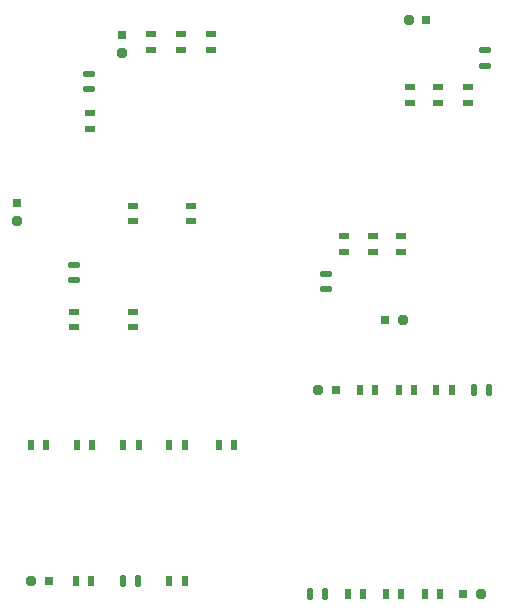
<source format=gtp>
G04*
G04 #@! TF.GenerationSoftware,Altium Limited,Altium Designer,20.1.8 (145)*
G04*
G04 Layer_Color=8421504*
%FSLAX25Y25*%
%MOIN*%
G70*
G04*
G04 #@! TF.SameCoordinates,DC3DFF13-D98B-404C-8633-9541E25296ED*
G04*
G04*
G04 #@! TF.FilePolarity,Positive*
G04*
G01*
G75*
%ADD10R,0.01968X0.03740*%
%ADD11R,0.03150X0.03150*%
G04:AMPARAMS|DCode=12|XSize=31.5mil|YSize=31.5mil|CornerRadius=7.87mil|HoleSize=0mil|Usage=FLASHONLY|Rotation=180.000|XOffset=0mil|YOffset=0mil|HoleType=Round|Shape=RoundedRectangle|*
%AMROUNDEDRECTD12*
21,1,0.03150,0.01575,0,0,180.0*
21,1,0.01575,0.03150,0,0,180.0*
1,1,0.01575,-0.00787,0.00787*
1,1,0.01575,0.00787,0.00787*
1,1,0.01575,0.00787,-0.00787*
1,1,0.01575,-0.00787,-0.00787*
%
%ADD12ROUNDEDRECTD12*%
G04:AMPARAMS|DCode=13|XSize=19.68mil|YSize=37.4mil|CornerRadius=4.92mil|HoleSize=0mil|Usage=FLASHONLY|Rotation=180.000|XOffset=0mil|YOffset=0mil|HoleType=Round|Shape=RoundedRectangle|*
%AMROUNDEDRECTD13*
21,1,0.01968,0.02756,0,0,180.0*
21,1,0.00984,0.03740,0,0,180.0*
1,1,0.00984,-0.00492,0.01378*
1,1,0.00984,0.00492,0.01378*
1,1,0.00984,0.00492,-0.01378*
1,1,0.00984,-0.00492,-0.01378*
%
%ADD13ROUNDEDRECTD13*%
%ADD15R,0.03740X0.01968*%
G04:AMPARAMS|DCode=16|XSize=19.68mil|YSize=37.4mil|CornerRadius=4.92mil|HoleSize=0mil|Usage=FLASHONLY|Rotation=90.000|XOffset=0mil|YOffset=0mil|HoleType=Round|Shape=RoundedRectangle|*
%AMROUNDEDRECTD16*
21,1,0.01968,0.02756,0,0,90.0*
21,1,0.00984,0.03740,0,0,90.0*
1,1,0.00984,0.01378,0.00492*
1,1,0.00984,0.01378,-0.00492*
1,1,0.00984,-0.01378,-0.00492*
1,1,0.00984,-0.01378,0.00492*
%
%ADD16ROUNDEDRECTD16*%
G04:AMPARAMS|DCode=17|XSize=31.5mil|YSize=31.5mil|CornerRadius=7.87mil|HoleSize=0mil|Usage=FLASHONLY|Rotation=90.000|XOffset=0mil|YOffset=0mil|HoleType=Round|Shape=RoundedRectangle|*
%AMROUNDEDRECTD17*
21,1,0.03150,0.01575,0,0,90.0*
21,1,0.01575,0.03150,0,0,90.0*
1,1,0.01575,0.00787,0.00787*
1,1,0.01575,0.00787,-0.00787*
1,1,0.01575,-0.00787,-0.00787*
1,1,0.01575,-0.00787,0.00787*
%
%ADD17ROUNDEDRECTD17*%
%ADD18R,0.03150X0.03150*%
%ADD20R,0.01968X0.03543*%
D10*
X188779Y29921D02*
D03*
X183661D02*
D03*
X201772D02*
D03*
X196654D02*
D03*
X176181D02*
D03*
X171063D02*
D03*
X187992Y97638D02*
D03*
X193110D02*
D03*
X175000D02*
D03*
X180118D02*
D03*
X200590D02*
D03*
X205709D02*
D03*
X70588Y79528D02*
D03*
X65469D02*
D03*
X111614Y34252D02*
D03*
X116732D02*
D03*
X101351Y79528D02*
D03*
X96233D02*
D03*
X85969D02*
D03*
X80851D02*
D03*
X80512Y34252D02*
D03*
X85630D02*
D03*
D11*
X209646Y29921D02*
D03*
X167126Y97638D02*
D03*
X197244Y221260D02*
D03*
X183465Y121260D02*
D03*
X71457Y34252D02*
D03*
D12*
X215551Y29921D02*
D03*
X161220Y97638D02*
D03*
X191339Y221260D02*
D03*
X189370Y121260D02*
D03*
X65551Y34252D02*
D03*
D13*
X158465Y29921D02*
D03*
X163583D02*
D03*
X218307Y97638D02*
D03*
X213189D02*
D03*
X101219Y34252D02*
D03*
X96101D02*
D03*
D15*
X115617Y211221D02*
D03*
Y216339D02*
D03*
X125591Y211221D02*
D03*
Y216339D02*
D03*
X105643D02*
D03*
Y211221D02*
D03*
X85039Y189961D02*
D03*
Y184843D02*
D03*
X191732Y193504D02*
D03*
Y198622D02*
D03*
X201181Y198622D02*
D03*
Y193504D02*
D03*
X211024Y198622D02*
D03*
Y193504D02*
D03*
X188976Y149016D02*
D03*
Y143898D02*
D03*
X179527Y143898D02*
D03*
Y149016D02*
D03*
X169685Y143898D02*
D03*
Y149016D02*
D03*
X99606Y159252D02*
D03*
Y154134D02*
D03*
X118898Y159252D02*
D03*
Y154134D02*
D03*
X79921Y118701D02*
D03*
Y123819D02*
D03*
X99606Y123819D02*
D03*
Y118701D02*
D03*
D16*
X84859Y198031D02*
D03*
Y203150D02*
D03*
X216929Y205922D02*
D03*
Y211040D02*
D03*
X163779Y136597D02*
D03*
Y131479D02*
D03*
X79921Y134449D02*
D03*
Y139567D02*
D03*
D17*
X95669Y210039D02*
D03*
X60942Y154134D02*
D03*
D18*
X95669Y215945D02*
D03*
X60942Y160039D02*
D03*
D20*
X111614Y79528D02*
D03*
X116732D02*
D03*
X133268D02*
D03*
X128150D02*
D03*
M02*

</source>
